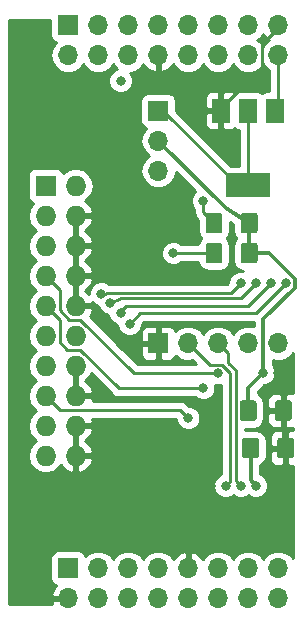
<source format=gbl>
G04 #@! TF.GenerationSoftware,KiCad,Pcbnew,(5.0.0)*
G04 #@! TF.CreationDate,2018-08-08T21:20:56+01:00*
G04 #@! TF.ProjectId,armm0,61726D6D302E6B696361645F70636200,rev?*
G04 #@! TF.SameCoordinates,Original*
G04 #@! TF.FileFunction,Copper,L2,Bot,Signal*
G04 #@! TF.FilePolarity,Positive*
%FSLAX46Y46*%
G04 Gerber Fmt 4.6, Leading zero omitted, Abs format (unit mm)*
G04 Created by KiCad (PCBNEW (5.0.0)) date 08/08/18 21:20:56*
%MOMM*%
%LPD*%
G01*
G04 APERTURE LIST*
G04 #@! TA.AperFunction,ComponentPad*
%ADD10R,1.727200X1.727200*%
G04 #@! TD*
G04 #@! TA.AperFunction,ComponentPad*
%ADD11O,1.727200X1.727200*%
G04 #@! TD*
G04 #@! TA.AperFunction,Conductor*
%ADD12C,0.100000*%
G04 #@! TD*
G04 #@! TA.AperFunction,SMDPad,CuDef*
%ADD13C,1.425000*%
G04 #@! TD*
G04 #@! TA.AperFunction,ComponentPad*
%ADD14R,1.700000X1.700000*%
G04 #@! TD*
G04 #@! TA.AperFunction,ComponentPad*
%ADD15O,1.700000X1.700000*%
G04 #@! TD*
G04 #@! TA.AperFunction,SMDPad,CuDef*
%ADD16R,1.500000X2.000000*%
G04 #@! TD*
G04 #@! TA.AperFunction,SMDPad,CuDef*
%ADD17R,3.800000X2.000000*%
G04 #@! TD*
G04 #@! TA.AperFunction,ViaPad*
%ADD18C,0.800000*%
G04 #@! TD*
G04 #@! TA.AperFunction,Conductor*
%ADD19C,0.250000*%
G04 #@! TD*
G04 #@! TA.AperFunction,Conductor*
%ADD20C,0.350000*%
G04 #@! TD*
G04 #@! TA.AperFunction,Conductor*
%ADD21C,0.254000*%
G04 #@! TD*
G04 APERTURE END LIST*
D10*
G04 #@! TO.P,J1,1*
G04 #@! TO.N,STLINK_3V3*
X78740000Y-46355000D03*
D11*
G04 #@! TO.P,J1,2*
X81280000Y-46355000D03*
G04 #@! TO.P,J1,3*
G04 #@! TO.N,JTAG_TRST*
X78740000Y-48895000D03*
G04 #@! TO.P,J1,4*
G04 #@! TO.N,GND*
X81280000Y-48895000D03*
G04 #@! TO.P,J1,5*
G04 #@! TO.N,JTAG_TDO*
X78740000Y-51435000D03*
G04 #@! TO.P,J1,6*
G04 #@! TO.N,GND*
X81280000Y-51435000D03*
G04 #@! TO.P,J1,7*
G04 #@! TO.N,SWDIO*
X78740000Y-53975000D03*
G04 #@! TO.P,J1,8*
G04 #@! TO.N,GND*
X81280000Y-53975000D03*
G04 #@! TO.P,J1,9*
G04 #@! TO.N,SWCLK*
X78740000Y-56515000D03*
G04 #@! TO.P,J1,10*
G04 #@! TO.N,GND*
X81280000Y-56515000D03*
G04 #@! TO.P,J1,11*
G04 #@! TO.N,Net-(J1-Pad11)*
X78740000Y-59055000D03*
G04 #@! TO.P,J1,12*
G04 #@! TO.N,GND*
X81280000Y-59055000D03*
G04 #@! TO.P,J1,13*
G04 #@! TO.N,JTAG_TDI*
X78740000Y-61595000D03*
G04 #@! TO.P,J1,14*
G04 #@! TO.N,GND*
X81280000Y-61595000D03*
G04 #@! TO.P,J1,15*
G04 #@! TO.N,NRST*
X78740000Y-64135000D03*
G04 #@! TO.P,J1,16*
G04 #@! TO.N,GND*
X81280000Y-64135000D03*
G04 #@! TO.P,J1,17*
G04 #@! TO.N,Net-(J1-Pad17)*
X78740000Y-66675000D03*
G04 #@! TO.P,J1,18*
G04 #@! TO.N,GND*
X81280000Y-66675000D03*
G04 #@! TO.P,J1,19*
G04 #@! TO.N,STLINK_3V3*
X78740000Y-69215000D03*
G04 #@! TO.P,J1,20*
G04 #@! TO.N,GND*
X81280000Y-69215000D03*
G04 #@! TD*
D12*
G04 #@! TO.N,I2C1_SDA*
G04 #@! TO.C,R1*
G36*
X93484504Y-51196204D02*
X93508773Y-51199804D01*
X93532571Y-51205765D01*
X93555671Y-51214030D01*
X93577849Y-51224520D01*
X93598893Y-51237133D01*
X93618598Y-51251747D01*
X93636777Y-51268223D01*
X93653253Y-51286402D01*
X93667867Y-51306107D01*
X93680480Y-51327151D01*
X93690970Y-51349329D01*
X93699235Y-51372429D01*
X93705196Y-51396227D01*
X93708796Y-51420496D01*
X93710000Y-51445000D01*
X93710000Y-52695000D01*
X93708796Y-52719504D01*
X93705196Y-52743773D01*
X93699235Y-52767571D01*
X93690970Y-52790671D01*
X93680480Y-52812849D01*
X93667867Y-52833893D01*
X93653253Y-52853598D01*
X93636777Y-52871777D01*
X93618598Y-52888253D01*
X93598893Y-52902867D01*
X93577849Y-52915480D01*
X93555671Y-52925970D01*
X93532571Y-52934235D01*
X93508773Y-52940196D01*
X93484504Y-52943796D01*
X93460000Y-52945000D01*
X92535000Y-52945000D01*
X92510496Y-52943796D01*
X92486227Y-52940196D01*
X92462429Y-52934235D01*
X92439329Y-52925970D01*
X92417151Y-52915480D01*
X92396107Y-52902867D01*
X92376402Y-52888253D01*
X92358223Y-52871777D01*
X92341747Y-52853598D01*
X92327133Y-52833893D01*
X92314520Y-52812849D01*
X92304030Y-52790671D01*
X92295765Y-52767571D01*
X92289804Y-52743773D01*
X92286204Y-52719504D01*
X92285000Y-52695000D01*
X92285000Y-51445000D01*
X92286204Y-51420496D01*
X92289804Y-51396227D01*
X92295765Y-51372429D01*
X92304030Y-51349329D01*
X92314520Y-51327151D01*
X92327133Y-51306107D01*
X92341747Y-51286402D01*
X92358223Y-51268223D01*
X92376402Y-51251747D01*
X92396107Y-51237133D01*
X92417151Y-51224520D01*
X92439329Y-51214030D01*
X92462429Y-51205765D01*
X92486227Y-51199804D01*
X92510496Y-51196204D01*
X92535000Y-51195000D01*
X93460000Y-51195000D01*
X93484504Y-51196204D01*
X93484504Y-51196204D01*
G37*
D13*
G04 #@! TD*
G04 #@! TO.P,R1,2*
G04 #@! TO.N,I2C1_SDA*
X92997500Y-52070000D03*
D12*
G04 #@! TO.N,+3V3*
G04 #@! TO.C,R1*
G36*
X96459504Y-51196204D02*
X96483773Y-51199804D01*
X96507571Y-51205765D01*
X96530671Y-51214030D01*
X96552849Y-51224520D01*
X96573893Y-51237133D01*
X96593598Y-51251747D01*
X96611777Y-51268223D01*
X96628253Y-51286402D01*
X96642867Y-51306107D01*
X96655480Y-51327151D01*
X96665970Y-51349329D01*
X96674235Y-51372429D01*
X96680196Y-51396227D01*
X96683796Y-51420496D01*
X96685000Y-51445000D01*
X96685000Y-52695000D01*
X96683796Y-52719504D01*
X96680196Y-52743773D01*
X96674235Y-52767571D01*
X96665970Y-52790671D01*
X96655480Y-52812849D01*
X96642867Y-52833893D01*
X96628253Y-52853598D01*
X96611777Y-52871777D01*
X96593598Y-52888253D01*
X96573893Y-52902867D01*
X96552849Y-52915480D01*
X96530671Y-52925970D01*
X96507571Y-52934235D01*
X96483773Y-52940196D01*
X96459504Y-52943796D01*
X96435000Y-52945000D01*
X95510000Y-52945000D01*
X95485496Y-52943796D01*
X95461227Y-52940196D01*
X95437429Y-52934235D01*
X95414329Y-52925970D01*
X95392151Y-52915480D01*
X95371107Y-52902867D01*
X95351402Y-52888253D01*
X95333223Y-52871777D01*
X95316747Y-52853598D01*
X95302133Y-52833893D01*
X95289520Y-52812849D01*
X95279030Y-52790671D01*
X95270765Y-52767571D01*
X95264804Y-52743773D01*
X95261204Y-52719504D01*
X95260000Y-52695000D01*
X95260000Y-51445000D01*
X95261204Y-51420496D01*
X95264804Y-51396227D01*
X95270765Y-51372429D01*
X95279030Y-51349329D01*
X95289520Y-51327151D01*
X95302133Y-51306107D01*
X95316747Y-51286402D01*
X95333223Y-51268223D01*
X95351402Y-51251747D01*
X95371107Y-51237133D01*
X95392151Y-51224520D01*
X95414329Y-51214030D01*
X95437429Y-51205765D01*
X95461227Y-51199804D01*
X95485496Y-51196204D01*
X95510000Y-51195000D01*
X96435000Y-51195000D01*
X96459504Y-51196204D01*
X96459504Y-51196204D01*
G37*
D13*
G04 #@! TD*
G04 #@! TO.P,R1,1*
G04 #@! TO.N,+3V3*
X95972500Y-52070000D03*
D12*
G04 #@! TO.N,+3V3*
G04 #@! TO.C,R2*
G36*
X96459504Y-48656204D02*
X96483773Y-48659804D01*
X96507571Y-48665765D01*
X96530671Y-48674030D01*
X96552849Y-48684520D01*
X96573893Y-48697133D01*
X96593598Y-48711747D01*
X96611777Y-48728223D01*
X96628253Y-48746402D01*
X96642867Y-48766107D01*
X96655480Y-48787151D01*
X96665970Y-48809329D01*
X96674235Y-48832429D01*
X96680196Y-48856227D01*
X96683796Y-48880496D01*
X96685000Y-48905000D01*
X96685000Y-50155000D01*
X96683796Y-50179504D01*
X96680196Y-50203773D01*
X96674235Y-50227571D01*
X96665970Y-50250671D01*
X96655480Y-50272849D01*
X96642867Y-50293893D01*
X96628253Y-50313598D01*
X96611777Y-50331777D01*
X96593598Y-50348253D01*
X96573893Y-50362867D01*
X96552849Y-50375480D01*
X96530671Y-50385970D01*
X96507571Y-50394235D01*
X96483773Y-50400196D01*
X96459504Y-50403796D01*
X96435000Y-50405000D01*
X95510000Y-50405000D01*
X95485496Y-50403796D01*
X95461227Y-50400196D01*
X95437429Y-50394235D01*
X95414329Y-50385970D01*
X95392151Y-50375480D01*
X95371107Y-50362867D01*
X95351402Y-50348253D01*
X95333223Y-50331777D01*
X95316747Y-50313598D01*
X95302133Y-50293893D01*
X95289520Y-50272849D01*
X95279030Y-50250671D01*
X95270765Y-50227571D01*
X95264804Y-50203773D01*
X95261204Y-50179504D01*
X95260000Y-50155000D01*
X95260000Y-48905000D01*
X95261204Y-48880496D01*
X95264804Y-48856227D01*
X95270765Y-48832429D01*
X95279030Y-48809329D01*
X95289520Y-48787151D01*
X95302133Y-48766107D01*
X95316747Y-48746402D01*
X95333223Y-48728223D01*
X95351402Y-48711747D01*
X95371107Y-48697133D01*
X95392151Y-48684520D01*
X95414329Y-48674030D01*
X95437429Y-48665765D01*
X95461227Y-48659804D01*
X95485496Y-48656204D01*
X95510000Y-48655000D01*
X96435000Y-48655000D01*
X96459504Y-48656204D01*
X96459504Y-48656204D01*
G37*
D13*
G04 #@! TD*
G04 #@! TO.P,R2,1*
G04 #@! TO.N,+3V3*
X95972500Y-49530000D03*
D12*
G04 #@! TO.N,I2C1_SCL*
G04 #@! TO.C,R2*
G36*
X93484504Y-48656204D02*
X93508773Y-48659804D01*
X93532571Y-48665765D01*
X93555671Y-48674030D01*
X93577849Y-48684520D01*
X93598893Y-48697133D01*
X93618598Y-48711747D01*
X93636777Y-48728223D01*
X93653253Y-48746402D01*
X93667867Y-48766107D01*
X93680480Y-48787151D01*
X93690970Y-48809329D01*
X93699235Y-48832429D01*
X93705196Y-48856227D01*
X93708796Y-48880496D01*
X93710000Y-48905000D01*
X93710000Y-50155000D01*
X93708796Y-50179504D01*
X93705196Y-50203773D01*
X93699235Y-50227571D01*
X93690970Y-50250671D01*
X93680480Y-50272849D01*
X93667867Y-50293893D01*
X93653253Y-50313598D01*
X93636777Y-50331777D01*
X93618598Y-50348253D01*
X93598893Y-50362867D01*
X93577849Y-50375480D01*
X93555671Y-50385970D01*
X93532571Y-50394235D01*
X93508773Y-50400196D01*
X93484504Y-50403796D01*
X93460000Y-50405000D01*
X92535000Y-50405000D01*
X92510496Y-50403796D01*
X92486227Y-50400196D01*
X92462429Y-50394235D01*
X92439329Y-50385970D01*
X92417151Y-50375480D01*
X92396107Y-50362867D01*
X92376402Y-50348253D01*
X92358223Y-50331777D01*
X92341747Y-50313598D01*
X92327133Y-50293893D01*
X92314520Y-50272849D01*
X92304030Y-50250671D01*
X92295765Y-50227571D01*
X92289804Y-50203773D01*
X92286204Y-50179504D01*
X92285000Y-50155000D01*
X92285000Y-48905000D01*
X92286204Y-48880496D01*
X92289804Y-48856227D01*
X92295765Y-48832429D01*
X92304030Y-48809329D01*
X92314520Y-48787151D01*
X92327133Y-48766107D01*
X92341747Y-48746402D01*
X92358223Y-48728223D01*
X92376402Y-48711747D01*
X92396107Y-48697133D01*
X92417151Y-48684520D01*
X92439329Y-48674030D01*
X92462429Y-48665765D01*
X92486227Y-48659804D01*
X92510496Y-48656204D01*
X92535000Y-48655000D01*
X93460000Y-48655000D01*
X93484504Y-48656204D01*
X93484504Y-48656204D01*
G37*
D13*
G04 #@! TD*
G04 #@! TO.P,R2,2*
G04 #@! TO.N,I2C1_SCL*
X92997500Y-49530000D03*
D14*
G04 #@! TO.P,J8,1*
G04 #@! TO.N,BOARD_3V3*
X88265000Y-40005000D03*
D15*
G04 #@! TO.P,J8,2*
G04 #@! TO.N,+3V3*
X88265000Y-42545000D03*
G04 #@! TO.P,J8,3*
G04 #@! TO.N,STLINK_3V3*
X88265000Y-45085000D03*
G04 #@! TD*
D14*
G04 #@! TO.P,J6,1*
G04 #@! TO.N,GND*
X88265000Y-59690000D03*
D15*
G04 #@! TO.P,J6,2*
G04 #@! TO.N,I2C1_SDA*
X90805000Y-59690000D03*
G04 #@! TO.P,J6,3*
G04 #@! TO.N,I2C1_SCL*
X93345000Y-59690000D03*
G04 #@! TO.P,J6,4*
G04 #@! TO.N,USART1_RX*
X95885000Y-59690000D03*
G04 #@! TO.P,J6,5*
G04 #@! TO.N,USART1_TX*
X98425000Y-59690000D03*
G04 #@! TD*
G04 #@! TO.P,J5,16*
G04 #@! TO.N,+5V*
X98425000Y-35306000D03*
G04 #@! TO.P,J5,15*
G04 #@! TO.N,GND*
X98425000Y-32766000D03*
G04 #@! TO.P,J5,14*
G04 #@! TO.N,C10*
X95885000Y-35306000D03*
G04 #@! TO.P,J5,13*
G04 #@! TO.N,C11*
X95885000Y-32766000D03*
G04 #@! TO.P,J5,12*
G04 #@! TO.N,C8*
X93345000Y-35306000D03*
G04 #@! TO.P,J5,11*
G04 #@! TO.N,I2C1_SCL*
X93345000Y-32766000D03*
G04 #@! TO.P,J5,10*
G04 #@! TO.N,C6*
X90805000Y-35306000D03*
G04 #@! TO.P,J5,9*
G04 #@! TO.N,I2C1_SDA*
X90805000Y-32766000D03*
G04 #@! TO.P,J5,8*
G04 #@! TO.N,GND*
X88265000Y-35306000D03*
G04 #@! TO.P,J5,7*
G04 #@! TO.N,Net-(J5-Pad7)*
X88265000Y-32766000D03*
G04 #@! TO.P,J5,6*
G04 #@! TO.N,C4*
X85725000Y-35306000D03*
G04 #@! TO.P,J5,5*
G04 #@! TO.N,C5*
X85725000Y-32766000D03*
G04 #@! TO.P,J5,4*
G04 #@! TO.N,C2*
X83185000Y-35306000D03*
G04 #@! TO.P,J5,3*
G04 #@! TO.N,C3*
X83185000Y-32766000D03*
G04 #@! TO.P,J5,2*
G04 #@! TO.N,C0*
X80645000Y-35306000D03*
D14*
G04 #@! TO.P,J5,1*
G04 #@! TO.N,C1*
X80645000Y-32766000D03*
G04 #@! TD*
G04 #@! TO.P,J4,1*
G04 #@! TO.N,+3V3*
X80645000Y-78740000D03*
D15*
G04 #@! TO.P,J4,2*
G04 #@! TO.N,GND*
X80645000Y-81280000D03*
G04 #@! TO.P,J4,3*
G04 #@! TO.N,F1*
X83185000Y-78740000D03*
G04 #@! TO.P,J4,4*
G04 #@! TO.N,F0*
X83185000Y-81280000D03*
G04 #@! TO.P,J4,5*
G04 #@! TO.N,F3*
X85725000Y-78740000D03*
G04 #@! TO.P,J4,6*
G04 #@! TO.N,F2*
X85725000Y-81280000D03*
G04 #@! TO.P,J4,7*
G04 #@! TO.N,F5*
X88265000Y-78740000D03*
G04 #@! TO.P,J4,8*
G04 #@! TO.N,F4*
X88265000Y-81280000D03*
G04 #@! TO.P,J4,9*
G04 #@! TO.N,GND*
X90805000Y-78740000D03*
G04 #@! TO.P,J4,10*
G04 #@! TO.N,Net-(J4-Pad10)*
X90805000Y-81280000D03*
G04 #@! TO.P,J4,11*
G04 #@! TO.N,F7*
X93345000Y-78740000D03*
G04 #@! TO.P,J4,12*
G04 #@! TO.N,F6*
X93345000Y-81280000D03*
G04 #@! TO.P,J4,13*
G04 #@! TO.N,F9*
X95885000Y-78740000D03*
G04 #@! TO.P,J4,14*
G04 #@! TO.N,F8*
X95885000Y-81280000D03*
G04 #@! TO.P,J4,15*
G04 #@! TO.N,F11*
X98425000Y-78740000D03*
G04 #@! TO.P,J4,16*
G04 #@! TO.N,F10*
X98425000Y-81280000D03*
G04 #@! TD*
D12*
G04 #@! TO.N,GND*
G04 #@! TO.C,C3*
G36*
X99347004Y-64531204D02*
X99371273Y-64534804D01*
X99395071Y-64540765D01*
X99418171Y-64549030D01*
X99440349Y-64559520D01*
X99461393Y-64572133D01*
X99481098Y-64586747D01*
X99499277Y-64603223D01*
X99515753Y-64621402D01*
X99530367Y-64641107D01*
X99542980Y-64662151D01*
X99553470Y-64684329D01*
X99561735Y-64707429D01*
X99567696Y-64731227D01*
X99571296Y-64755496D01*
X99572500Y-64780000D01*
X99572500Y-66030000D01*
X99571296Y-66054504D01*
X99567696Y-66078773D01*
X99561735Y-66102571D01*
X99553470Y-66125671D01*
X99542980Y-66147849D01*
X99530367Y-66168893D01*
X99515753Y-66188598D01*
X99499277Y-66206777D01*
X99481098Y-66223253D01*
X99461393Y-66237867D01*
X99440349Y-66250480D01*
X99418171Y-66260970D01*
X99395071Y-66269235D01*
X99371273Y-66275196D01*
X99347004Y-66278796D01*
X99322500Y-66280000D01*
X98397500Y-66280000D01*
X98372996Y-66278796D01*
X98348727Y-66275196D01*
X98324929Y-66269235D01*
X98301829Y-66260970D01*
X98279651Y-66250480D01*
X98258607Y-66237867D01*
X98238902Y-66223253D01*
X98220723Y-66206777D01*
X98204247Y-66188598D01*
X98189633Y-66168893D01*
X98177020Y-66147849D01*
X98166530Y-66125671D01*
X98158265Y-66102571D01*
X98152304Y-66078773D01*
X98148704Y-66054504D01*
X98147500Y-66030000D01*
X98147500Y-64780000D01*
X98148704Y-64755496D01*
X98152304Y-64731227D01*
X98158265Y-64707429D01*
X98166530Y-64684329D01*
X98177020Y-64662151D01*
X98189633Y-64641107D01*
X98204247Y-64621402D01*
X98220723Y-64603223D01*
X98238902Y-64586747D01*
X98258607Y-64572133D01*
X98279651Y-64559520D01*
X98301829Y-64549030D01*
X98324929Y-64540765D01*
X98348727Y-64534804D01*
X98372996Y-64531204D01*
X98397500Y-64530000D01*
X99322500Y-64530000D01*
X99347004Y-64531204D01*
X99347004Y-64531204D01*
G37*
D13*
G04 #@! TD*
G04 #@! TO.P,C3,2*
G04 #@! TO.N,GND*
X98860000Y-65405000D03*
D12*
G04 #@! TO.N,+3V3*
G04 #@! TO.C,C3*
G36*
X96372004Y-64531204D02*
X96396273Y-64534804D01*
X96420071Y-64540765D01*
X96443171Y-64549030D01*
X96465349Y-64559520D01*
X96486393Y-64572133D01*
X96506098Y-64586747D01*
X96524277Y-64603223D01*
X96540753Y-64621402D01*
X96555367Y-64641107D01*
X96567980Y-64662151D01*
X96578470Y-64684329D01*
X96586735Y-64707429D01*
X96592696Y-64731227D01*
X96596296Y-64755496D01*
X96597500Y-64780000D01*
X96597500Y-66030000D01*
X96596296Y-66054504D01*
X96592696Y-66078773D01*
X96586735Y-66102571D01*
X96578470Y-66125671D01*
X96567980Y-66147849D01*
X96555367Y-66168893D01*
X96540753Y-66188598D01*
X96524277Y-66206777D01*
X96506098Y-66223253D01*
X96486393Y-66237867D01*
X96465349Y-66250480D01*
X96443171Y-66260970D01*
X96420071Y-66269235D01*
X96396273Y-66275196D01*
X96372004Y-66278796D01*
X96347500Y-66280000D01*
X95422500Y-66280000D01*
X95397996Y-66278796D01*
X95373727Y-66275196D01*
X95349929Y-66269235D01*
X95326829Y-66260970D01*
X95304651Y-66250480D01*
X95283607Y-66237867D01*
X95263902Y-66223253D01*
X95245723Y-66206777D01*
X95229247Y-66188598D01*
X95214633Y-66168893D01*
X95202020Y-66147849D01*
X95191530Y-66125671D01*
X95183265Y-66102571D01*
X95177304Y-66078773D01*
X95173704Y-66054504D01*
X95172500Y-66030000D01*
X95172500Y-64780000D01*
X95173704Y-64755496D01*
X95177304Y-64731227D01*
X95183265Y-64707429D01*
X95191530Y-64684329D01*
X95202020Y-64662151D01*
X95214633Y-64641107D01*
X95229247Y-64621402D01*
X95245723Y-64603223D01*
X95263902Y-64586747D01*
X95283607Y-64572133D01*
X95304651Y-64559520D01*
X95326829Y-64549030D01*
X95349929Y-64540765D01*
X95373727Y-64534804D01*
X95397996Y-64531204D01*
X95422500Y-64530000D01*
X96347500Y-64530000D01*
X96372004Y-64531204D01*
X96372004Y-64531204D01*
G37*
D13*
G04 #@! TD*
G04 #@! TO.P,C3,1*
G04 #@! TO.N,+3V3*
X95885000Y-65405000D03*
D12*
G04 #@! TO.N,GND*
G04 #@! TO.C,C2*
G36*
X99547004Y-67706204D02*
X99571273Y-67709804D01*
X99595071Y-67715765D01*
X99618171Y-67724030D01*
X99640349Y-67734520D01*
X99661393Y-67747133D01*
X99681098Y-67761747D01*
X99699277Y-67778223D01*
X99715753Y-67796402D01*
X99730367Y-67816107D01*
X99742980Y-67837151D01*
X99753470Y-67859329D01*
X99761735Y-67882429D01*
X99767696Y-67906227D01*
X99771296Y-67930496D01*
X99772500Y-67955000D01*
X99772500Y-69205000D01*
X99771296Y-69229504D01*
X99767696Y-69253773D01*
X99761735Y-69277571D01*
X99753470Y-69300671D01*
X99742980Y-69322849D01*
X99730367Y-69343893D01*
X99715753Y-69363598D01*
X99699277Y-69381777D01*
X99681098Y-69398253D01*
X99661393Y-69412867D01*
X99640349Y-69425480D01*
X99618171Y-69435970D01*
X99595071Y-69444235D01*
X99571273Y-69450196D01*
X99547004Y-69453796D01*
X99522500Y-69455000D01*
X98597500Y-69455000D01*
X98572996Y-69453796D01*
X98548727Y-69450196D01*
X98524929Y-69444235D01*
X98501829Y-69435970D01*
X98479651Y-69425480D01*
X98458607Y-69412867D01*
X98438902Y-69398253D01*
X98420723Y-69381777D01*
X98404247Y-69363598D01*
X98389633Y-69343893D01*
X98377020Y-69322849D01*
X98366530Y-69300671D01*
X98358265Y-69277571D01*
X98352304Y-69253773D01*
X98348704Y-69229504D01*
X98347500Y-69205000D01*
X98347500Y-67955000D01*
X98348704Y-67930496D01*
X98352304Y-67906227D01*
X98358265Y-67882429D01*
X98366530Y-67859329D01*
X98377020Y-67837151D01*
X98389633Y-67816107D01*
X98404247Y-67796402D01*
X98420723Y-67778223D01*
X98438902Y-67761747D01*
X98458607Y-67747133D01*
X98479651Y-67734520D01*
X98501829Y-67724030D01*
X98524929Y-67715765D01*
X98548727Y-67709804D01*
X98572996Y-67706204D01*
X98597500Y-67705000D01*
X99522500Y-67705000D01*
X99547004Y-67706204D01*
X99547004Y-67706204D01*
G37*
D13*
G04 #@! TD*
G04 #@! TO.P,C2,2*
G04 #@! TO.N,GND*
X99060000Y-68580000D03*
D12*
G04 #@! TO.N,+3V3*
G04 #@! TO.C,C2*
G36*
X96572004Y-67706204D02*
X96596273Y-67709804D01*
X96620071Y-67715765D01*
X96643171Y-67724030D01*
X96665349Y-67734520D01*
X96686393Y-67747133D01*
X96706098Y-67761747D01*
X96724277Y-67778223D01*
X96740753Y-67796402D01*
X96755367Y-67816107D01*
X96767980Y-67837151D01*
X96778470Y-67859329D01*
X96786735Y-67882429D01*
X96792696Y-67906227D01*
X96796296Y-67930496D01*
X96797500Y-67955000D01*
X96797500Y-69205000D01*
X96796296Y-69229504D01*
X96792696Y-69253773D01*
X96786735Y-69277571D01*
X96778470Y-69300671D01*
X96767980Y-69322849D01*
X96755367Y-69343893D01*
X96740753Y-69363598D01*
X96724277Y-69381777D01*
X96706098Y-69398253D01*
X96686393Y-69412867D01*
X96665349Y-69425480D01*
X96643171Y-69435970D01*
X96620071Y-69444235D01*
X96596273Y-69450196D01*
X96572004Y-69453796D01*
X96547500Y-69455000D01*
X95622500Y-69455000D01*
X95597996Y-69453796D01*
X95573727Y-69450196D01*
X95549929Y-69444235D01*
X95526829Y-69435970D01*
X95504651Y-69425480D01*
X95483607Y-69412867D01*
X95463902Y-69398253D01*
X95445723Y-69381777D01*
X95429247Y-69363598D01*
X95414633Y-69343893D01*
X95402020Y-69322849D01*
X95391530Y-69300671D01*
X95383265Y-69277571D01*
X95377304Y-69253773D01*
X95373704Y-69229504D01*
X95372500Y-69205000D01*
X95372500Y-67955000D01*
X95373704Y-67930496D01*
X95377304Y-67906227D01*
X95383265Y-67882429D01*
X95391530Y-67859329D01*
X95402020Y-67837151D01*
X95414633Y-67816107D01*
X95429247Y-67796402D01*
X95445723Y-67778223D01*
X95463902Y-67761747D01*
X95483607Y-67747133D01*
X95504651Y-67734520D01*
X95526829Y-67724030D01*
X95549929Y-67715765D01*
X95573727Y-67709804D01*
X95597996Y-67706204D01*
X95622500Y-67705000D01*
X96547500Y-67705000D01*
X96572004Y-67706204D01*
X96572004Y-67706204D01*
G37*
D13*
G04 #@! TD*
G04 #@! TO.P,C2,1*
G04 #@! TO.N,+3V3*
X96085000Y-68580000D03*
D16*
G04 #@! TO.P,U2,1*
G04 #@! TO.N,GND*
X93585000Y-40005000D03*
G04 #@! TO.P,U2,3*
G04 #@! TO.N,+5V*
X98185000Y-40005000D03*
G04 #@! TO.P,U2,2*
G04 #@! TO.N,BOARD_3V3*
X95885000Y-40005000D03*
D17*
X95885000Y-46305000D03*
G04 #@! TD*
D18*
G04 #@! TO.N,NRST*
X90805000Y-66040000D03*
G04 #@! TO.N,GND*
X92710000Y-71755000D03*
X98425000Y-62230000D03*
X93980000Y-38100000D03*
X76200000Y-37465000D03*
X83820000Y-48895000D03*
G04 #@! TO.N,+3V3*
X97155000Y-62230000D03*
X96520000Y-71755000D03*
X85090000Y-37465000D03*
G04 #@! TO.N,SWDIO*
X93345000Y-62230000D03*
G04 #@! TO.N,SWCLK*
X92075000Y-63500000D03*
G04 #@! TO.N,I2C1_SDA*
X89535000Y-52070000D03*
X93980000Y-71755000D03*
G04 #@! TO.N,I2C1_SCL*
X92075000Y-47625000D03*
X95250000Y-71755000D03*
G04 #@! TO.N,LED_DBUG1*
X95250000Y-54610000D03*
X83439000Y-55499000D03*
G04 #@! TO.N,LED_DBUG2*
X84201000Y-56261000D03*
X96520000Y-54610000D03*
G04 #@! TO.N,LED_DBUG3*
X97790000Y-54610000D03*
X85090000Y-57150000D03*
G04 #@! TO.N,LED_DBUG4*
X99060000Y-54610000D03*
X85852000Y-58039000D03*
G04 #@! TD*
D19*
G04 #@! TO.N,NRST*
X79603599Y-64998599D02*
X78740000Y-64135000D01*
X79928601Y-65323601D02*
X79603599Y-64998599D01*
X90088601Y-65323601D02*
X79928601Y-65323601D01*
X90805000Y-66040000D02*
X90088601Y-65323601D01*
G04 #@! TO.N,GND*
X98425000Y-33020000D02*
X97060001Y-34384999D01*
X97060001Y-34384999D02*
X97060001Y-37559999D01*
X93585000Y-39755000D02*
X93585000Y-40005000D01*
X95240000Y-38100000D02*
X93585000Y-39755000D01*
X96520000Y-38100000D02*
X97060001Y-37559999D01*
X98860000Y-62665000D02*
X98425000Y-62230000D01*
X98860000Y-65405000D02*
X98860000Y-62665000D01*
X98860000Y-65805000D02*
X98860000Y-65405000D01*
X98860000Y-68380000D02*
X99060000Y-68580000D01*
X98860000Y-65405000D02*
X98860000Y-68380000D01*
X93980000Y-38100000D02*
X95250000Y-38100000D01*
X96520000Y-38100000D02*
X95250000Y-38100000D01*
X95250000Y-38100000D02*
X95240000Y-38100000D01*
X83820000Y-48895000D02*
X81280000Y-48895000D01*
D20*
G04 #@! TO.N,+3V3*
X95972500Y-49530000D02*
X95972500Y-52070000D01*
X95972500Y-52070000D02*
X96520000Y-52070000D01*
X96085000Y-71320000D02*
X96520000Y-71755000D01*
X96085000Y-68580000D02*
X96085000Y-71320000D01*
X96785000Y-52070000D02*
X95972500Y-52070000D01*
X97667002Y-52070000D02*
X96785000Y-52070000D01*
X99835001Y-54237999D02*
X97667002Y-52070000D01*
X99835001Y-54982001D02*
X99835001Y-54237999D01*
X97155000Y-57662002D02*
X99835001Y-54982001D01*
X97155000Y-62230000D02*
X97155000Y-57662002D01*
X93980000Y-48260000D02*
X95972500Y-49530000D01*
X88265000Y-42545000D02*
X93980000Y-48260000D01*
X95885000Y-63500000D02*
X97155000Y-62230000D01*
X95885000Y-65405000D02*
X95885000Y-63500000D01*
D19*
G04 #@! TO.N,SWDIO*
X79603599Y-54838599D02*
X78740000Y-53975000D01*
X79928601Y-56922731D02*
X79928601Y-55163601D01*
X80709471Y-57703601D02*
X79928601Y-56922731D01*
X93345000Y-62230000D02*
X86214130Y-62230000D01*
X86214130Y-62230000D02*
X81687731Y-57703601D01*
X79928601Y-55163601D02*
X79603599Y-54838599D01*
X81687731Y-57703601D02*
X80709471Y-57703601D01*
G04 #@! TO.N,SWCLK*
X79603599Y-57378599D02*
X78740000Y-56515000D01*
X79928601Y-57703601D02*
X79603599Y-57378599D01*
X79928601Y-59608601D02*
X79928601Y-57703601D01*
X80563601Y-60243601D02*
X79928601Y-59608601D01*
X81687731Y-60243601D02*
X80563601Y-60243601D01*
X84944130Y-63500000D02*
X81687731Y-60243601D01*
X92075000Y-63500000D02*
X84944130Y-63500000D01*
G04 #@! TO.N,+5V*
X98425000Y-39765000D02*
X98185000Y-40005000D01*
X98425000Y-35560000D02*
X98425000Y-39765000D01*
G04 #@! TO.N,BOARD_3V3*
X95885000Y-46305000D02*
X95885000Y-45055000D01*
X95885000Y-39755000D02*
X95885000Y-40005000D01*
X95885000Y-46305000D02*
X95885000Y-40005000D01*
X88685000Y-40005000D02*
X88265000Y-40005000D01*
X94985000Y-46305000D02*
X88685000Y-40005000D01*
X95885000Y-46305000D02*
X94985000Y-46305000D01*
G04 #@! TO.N,I2C1_SDA*
X93693001Y-61504999D02*
X94379999Y-62191997D01*
X92619999Y-61504999D02*
X93693001Y-61504999D01*
X90805000Y-59690000D02*
X92619999Y-61504999D01*
X94379999Y-62191997D02*
X94379999Y-62268003D01*
X89535000Y-52070000D02*
X92997500Y-52070000D01*
X94379999Y-71355001D02*
X93980000Y-71755000D01*
X94379999Y-62191997D02*
X94379999Y-71355001D01*
G04 #@! TO.N,I2C1_SCL*
X92075000Y-48607500D02*
X92997500Y-49530000D01*
X92075000Y-47625000D02*
X92075000Y-48607500D01*
X94830008Y-71335008D02*
X95250000Y-71755000D01*
X94830008Y-62005596D02*
X94830008Y-71335008D01*
X94194999Y-61370587D02*
X94830008Y-62005596D01*
X93345000Y-59690000D02*
X94194999Y-60539999D01*
X94194999Y-60539999D02*
X94194999Y-61370587D01*
G04 #@! TO.N,LED_DBUG1*
X94430010Y-55429990D02*
X95250000Y-54610000D01*
X84270010Y-55429990D02*
X94430010Y-55429990D01*
X83439000Y-55499000D02*
X84270010Y-55429990D01*
G04 #@! TO.N,LED_DBUG2*
X85090000Y-55880000D02*
X84201000Y-56261000D01*
X95250000Y-55880000D02*
X85090000Y-55880000D01*
X96520000Y-54610000D02*
X95250000Y-55880000D01*
G04 #@! TO.N,LED_DBUG3*
X85090000Y-56953002D02*
X85528002Y-56515000D01*
X85528002Y-56515000D02*
X95885000Y-56515000D01*
X95885000Y-56515000D02*
X97790000Y-54610000D01*
X85090000Y-57150000D02*
X85090000Y-56953002D01*
G04 #@! TO.N,LED_DBUG4*
X98660001Y-55009999D02*
X99060000Y-54610000D01*
X96520000Y-57150000D02*
X98660001Y-55009999D01*
X85852000Y-58039000D02*
X86741000Y-57150000D01*
X86741000Y-57150000D02*
X96520000Y-57150000D01*
G04 #@! TD*
D21*
G04 #@! TO.N,GND*
G36*
X79147560Y-33616000D02*
X79196843Y-33863765D01*
X79337191Y-34073809D01*
X79547235Y-34214157D01*
X79592619Y-34223184D01*
X79574375Y-34235375D01*
X79246161Y-34726582D01*
X79130908Y-35306000D01*
X79246161Y-35885418D01*
X79574375Y-36376625D01*
X80065582Y-36704839D01*
X80498744Y-36791000D01*
X80791256Y-36791000D01*
X81224418Y-36704839D01*
X81715625Y-36376625D01*
X81915000Y-36078239D01*
X82114375Y-36376625D01*
X82605582Y-36704839D01*
X83038744Y-36791000D01*
X83331256Y-36791000D01*
X83764418Y-36704839D01*
X84255625Y-36376625D01*
X84455000Y-36078239D01*
X84654375Y-36376625D01*
X84791609Y-36468322D01*
X84503720Y-36587569D01*
X84212569Y-36878720D01*
X84055000Y-37259126D01*
X84055000Y-37670874D01*
X84212569Y-38051280D01*
X84503720Y-38342431D01*
X84884126Y-38500000D01*
X85295874Y-38500000D01*
X85676280Y-38342431D01*
X85967431Y-38051280D01*
X86125000Y-37670874D01*
X86125000Y-37259126D01*
X85967431Y-36878720D01*
X85878308Y-36789597D01*
X86304418Y-36704839D01*
X86795625Y-36376625D01*
X87008843Y-36057522D01*
X87069817Y-36187358D01*
X87498076Y-36577645D01*
X87908110Y-36747476D01*
X88138000Y-36626155D01*
X88138000Y-35433000D01*
X88118000Y-35433000D01*
X88118000Y-35179000D01*
X88138000Y-35179000D01*
X88138000Y-35159000D01*
X88392000Y-35159000D01*
X88392000Y-35179000D01*
X88412000Y-35179000D01*
X88412000Y-35433000D01*
X88392000Y-35433000D01*
X88392000Y-36626155D01*
X88621890Y-36747476D01*
X89031924Y-36577645D01*
X89460183Y-36187358D01*
X89521157Y-36057522D01*
X89734375Y-36376625D01*
X90225582Y-36704839D01*
X90658744Y-36791000D01*
X90951256Y-36791000D01*
X91384418Y-36704839D01*
X91875625Y-36376625D01*
X92075000Y-36078239D01*
X92274375Y-36376625D01*
X92765582Y-36704839D01*
X93198744Y-36791000D01*
X93491256Y-36791000D01*
X93924418Y-36704839D01*
X94415625Y-36376625D01*
X94615000Y-36078239D01*
X94814375Y-36376625D01*
X95305582Y-36704839D01*
X95738744Y-36791000D01*
X96031256Y-36791000D01*
X96464418Y-36704839D01*
X96955625Y-36376625D01*
X97155000Y-36078239D01*
X97354375Y-36376625D01*
X97665000Y-36584178D01*
X97665001Y-38357560D01*
X97435000Y-38357560D01*
X97187235Y-38406843D01*
X97035000Y-38508564D01*
X96882765Y-38406843D01*
X96635000Y-38357560D01*
X95135000Y-38357560D01*
X94887235Y-38406843D01*
X94735953Y-38507927D01*
X94694699Y-38466673D01*
X94461310Y-38370000D01*
X93870750Y-38370000D01*
X93712000Y-38528750D01*
X93712000Y-39878000D01*
X93732000Y-39878000D01*
X93732000Y-40132000D01*
X93712000Y-40132000D01*
X93712000Y-41481250D01*
X93870750Y-41640000D01*
X94461310Y-41640000D01*
X94694699Y-41543327D01*
X94735953Y-41502073D01*
X94887235Y-41603157D01*
X95125001Y-41650451D01*
X95125000Y-44657560D01*
X94412363Y-44657560D01*
X90045552Y-40290750D01*
X92200000Y-40290750D01*
X92200000Y-41131309D01*
X92296673Y-41364698D01*
X92475301Y-41543327D01*
X92708690Y-41640000D01*
X93299250Y-41640000D01*
X93458000Y-41481250D01*
X93458000Y-40132000D01*
X92358750Y-40132000D01*
X92200000Y-40290750D01*
X90045552Y-40290750D01*
X89762440Y-40007639D01*
X89762440Y-39155000D01*
X89713157Y-38907235D01*
X89694085Y-38878691D01*
X92200000Y-38878691D01*
X92200000Y-39719250D01*
X92358750Y-39878000D01*
X93458000Y-39878000D01*
X93458000Y-38528750D01*
X93299250Y-38370000D01*
X92708690Y-38370000D01*
X92475301Y-38466673D01*
X92296673Y-38645302D01*
X92200000Y-38878691D01*
X89694085Y-38878691D01*
X89572809Y-38697191D01*
X89362765Y-38556843D01*
X89115000Y-38507560D01*
X87415000Y-38507560D01*
X87167235Y-38556843D01*
X86957191Y-38697191D01*
X86816843Y-38907235D01*
X86767560Y-39155000D01*
X86767560Y-40855000D01*
X86816843Y-41102765D01*
X86957191Y-41312809D01*
X87167235Y-41453157D01*
X87212619Y-41462184D01*
X87194375Y-41474375D01*
X86866161Y-41965582D01*
X86750908Y-42545000D01*
X86866161Y-43124418D01*
X87194375Y-43615625D01*
X87492761Y-43815000D01*
X87194375Y-44014375D01*
X86866161Y-44505582D01*
X86750908Y-45085000D01*
X86866161Y-45664418D01*
X87194375Y-46155625D01*
X87685582Y-46483839D01*
X88118744Y-46570000D01*
X88411256Y-46570000D01*
X88844418Y-46483839D01*
X89335625Y-46155625D01*
X89663839Y-45664418D01*
X89759248Y-45184761D01*
X91405388Y-46830901D01*
X91197569Y-47038720D01*
X91040000Y-47419126D01*
X91040000Y-47830874D01*
X91197569Y-48211280D01*
X91315001Y-48328712D01*
X91315001Y-48532649D01*
X91300112Y-48607500D01*
X91315001Y-48682352D01*
X91347150Y-48843977D01*
X91359097Y-48904037D01*
X91480593Y-49085868D01*
X91527072Y-49155429D01*
X91590528Y-49197829D01*
X91637560Y-49244861D01*
X91637560Y-50155000D01*
X91705874Y-50498435D01*
X91900414Y-50789586D01*
X91916000Y-50800000D01*
X91900414Y-50810414D01*
X91705874Y-51101565D01*
X91664413Y-51310000D01*
X90238711Y-51310000D01*
X90121280Y-51192569D01*
X89740874Y-51035000D01*
X89329126Y-51035000D01*
X88948720Y-51192569D01*
X88657569Y-51483720D01*
X88500000Y-51864126D01*
X88500000Y-52275874D01*
X88657569Y-52656280D01*
X88948720Y-52947431D01*
X89329126Y-53105000D01*
X89740874Y-53105000D01*
X90121280Y-52947431D01*
X90238711Y-52830000D01*
X91664413Y-52830000D01*
X91705874Y-53038435D01*
X91900414Y-53329586D01*
X92191565Y-53524126D01*
X92535000Y-53592440D01*
X93460000Y-53592440D01*
X93803435Y-53524126D01*
X94094586Y-53329586D01*
X94289126Y-53038435D01*
X94357440Y-52695000D01*
X94357440Y-51445000D01*
X94289126Y-51101565D01*
X94094586Y-50810414D01*
X94079000Y-50800000D01*
X94094586Y-50789586D01*
X94289126Y-50498435D01*
X94357440Y-50155000D01*
X94357440Y-49461124D01*
X94612560Y-49623735D01*
X94612560Y-50155000D01*
X94680874Y-50498435D01*
X94875414Y-50789586D01*
X94891000Y-50800000D01*
X94875414Y-50810414D01*
X94680874Y-51101565D01*
X94612560Y-51445000D01*
X94612560Y-52695000D01*
X94680874Y-53038435D01*
X94875414Y-53329586D01*
X95166565Y-53524126D01*
X95422324Y-53575000D01*
X95044126Y-53575000D01*
X94663720Y-53732569D01*
X94372569Y-54023720D01*
X94215000Y-54404126D01*
X94215000Y-54570199D01*
X94115209Y-54669990D01*
X84313177Y-54669990D01*
X84281708Y-54666403D01*
X84238514Y-54669990D01*
X84195158Y-54669990D01*
X84164085Y-54676171D01*
X84086338Y-54682627D01*
X84025280Y-54621569D01*
X83644874Y-54464000D01*
X83233126Y-54464000D01*
X82852720Y-54621569D01*
X82561569Y-54912720D01*
X82404000Y-55293126D01*
X82404000Y-55566198D01*
X82168490Y-55308179D01*
X82033687Y-55245000D01*
X82168490Y-55181821D01*
X82562688Y-54749947D01*
X82734958Y-54334026D01*
X82613817Y-54102000D01*
X81407000Y-54102000D01*
X81407000Y-56388000D01*
X82613817Y-56388000D01*
X82699732Y-56223443D01*
X82852720Y-56376431D01*
X83185661Y-56514339D01*
X83323569Y-56847280D01*
X83614720Y-57138431D01*
X83995126Y-57296000D01*
X84055000Y-57296000D01*
X84055000Y-57355874D01*
X84212569Y-57736280D01*
X84503720Y-58027431D01*
X84817000Y-58157196D01*
X84817000Y-58244874D01*
X84974569Y-58625280D01*
X85265720Y-58916431D01*
X85646126Y-59074000D01*
X86057874Y-59074000D01*
X86438280Y-58916431D01*
X86641020Y-58713691D01*
X86780000Y-58713691D01*
X86780000Y-59404250D01*
X86938750Y-59563000D01*
X88138000Y-59563000D01*
X88138000Y-58363750D01*
X87979250Y-58205000D01*
X87288690Y-58205000D01*
X87055301Y-58301673D01*
X86876673Y-58480302D01*
X86780000Y-58713691D01*
X86641020Y-58713691D01*
X86729431Y-58625280D01*
X86887000Y-58244874D01*
X86887000Y-58078802D01*
X87055802Y-57910000D01*
X96345001Y-57910000D01*
X96345001Y-58267408D01*
X96031256Y-58205000D01*
X95738744Y-58205000D01*
X95305582Y-58291161D01*
X94814375Y-58619375D01*
X94615000Y-58917761D01*
X94415625Y-58619375D01*
X93924418Y-58291161D01*
X93491256Y-58205000D01*
X93198744Y-58205000D01*
X92765582Y-58291161D01*
X92274375Y-58619375D01*
X92075000Y-58917761D01*
X91875625Y-58619375D01*
X91384418Y-58291161D01*
X90951256Y-58205000D01*
X90658744Y-58205000D01*
X90225582Y-58291161D01*
X89734375Y-58619375D01*
X89719904Y-58641033D01*
X89653327Y-58480302D01*
X89474699Y-58301673D01*
X89241310Y-58205000D01*
X88550750Y-58205000D01*
X88392000Y-58363750D01*
X88392000Y-59563000D01*
X88412000Y-59563000D01*
X88412000Y-59817000D01*
X88392000Y-59817000D01*
X88392000Y-61016250D01*
X88550750Y-61175000D01*
X89241310Y-61175000D01*
X89474699Y-61078327D01*
X89653327Y-60899698D01*
X89719904Y-60738967D01*
X89734375Y-60760625D01*
X90225582Y-61088839D01*
X90658744Y-61175000D01*
X90951256Y-61175000D01*
X91171408Y-61131209D01*
X91510198Y-61470000D01*
X86528932Y-61470000D01*
X85034682Y-59975750D01*
X86780000Y-59975750D01*
X86780000Y-60666309D01*
X86876673Y-60899698D01*
X87055301Y-61078327D01*
X87288690Y-61175000D01*
X87979250Y-61175000D01*
X88138000Y-61016250D01*
X88138000Y-59817000D01*
X86938750Y-59817000D01*
X86780000Y-59975750D01*
X85034682Y-59975750D01*
X82460659Y-57401728D01*
X82562688Y-57289947D01*
X82734958Y-56874026D01*
X82613817Y-56642000D01*
X81407000Y-56642000D01*
X81407000Y-56662000D01*
X81153000Y-56662000D01*
X81153000Y-56642000D01*
X81133000Y-56642000D01*
X81133000Y-56388000D01*
X81153000Y-56388000D01*
X81153000Y-54102000D01*
X81133000Y-54102000D01*
X81133000Y-53848000D01*
X81153000Y-53848000D01*
X81153000Y-51562000D01*
X81407000Y-51562000D01*
X81407000Y-53848000D01*
X82613817Y-53848000D01*
X82734958Y-53615974D01*
X82562688Y-53200053D01*
X82168490Y-52768179D01*
X82033687Y-52705000D01*
X82168490Y-52641821D01*
X82562688Y-52209947D01*
X82734958Y-51794026D01*
X82613817Y-51562000D01*
X81407000Y-51562000D01*
X81153000Y-51562000D01*
X81133000Y-51562000D01*
X81133000Y-51308000D01*
X81153000Y-51308000D01*
X81153000Y-49022000D01*
X81407000Y-49022000D01*
X81407000Y-51308000D01*
X82613817Y-51308000D01*
X82734958Y-51075974D01*
X82562688Y-50660053D01*
X82168490Y-50228179D01*
X82033687Y-50165000D01*
X82168490Y-50101821D01*
X82562688Y-49669947D01*
X82734958Y-49254026D01*
X82613817Y-49022000D01*
X81407000Y-49022000D01*
X81153000Y-49022000D01*
X81133000Y-49022000D01*
X81133000Y-48768000D01*
X81153000Y-48768000D01*
X81153000Y-48748000D01*
X81407000Y-48748000D01*
X81407000Y-48768000D01*
X82613817Y-48768000D01*
X82734958Y-48535974D01*
X82562688Y-48120053D01*
X82168490Y-47688179D01*
X82058979Y-47636854D01*
X82360430Y-47435430D01*
X82691650Y-46939725D01*
X82807959Y-46355000D01*
X82691650Y-45770275D01*
X82360430Y-45274570D01*
X81864725Y-44943350D01*
X81427598Y-44856400D01*
X81132402Y-44856400D01*
X80695275Y-44943350D01*
X80206932Y-45269651D01*
X80201757Y-45243635D01*
X80061409Y-45033591D01*
X79851365Y-44893243D01*
X79603600Y-44843960D01*
X77876400Y-44843960D01*
X77628635Y-44893243D01*
X77418591Y-45033591D01*
X77278243Y-45243635D01*
X77228960Y-45491400D01*
X77228960Y-47218600D01*
X77278243Y-47466365D01*
X77418591Y-47676409D01*
X77628635Y-47816757D01*
X77654651Y-47821932D01*
X77328350Y-48310275D01*
X77212041Y-48895000D01*
X77328350Y-49479725D01*
X77659570Y-49975430D01*
X77943281Y-50165000D01*
X77659570Y-50354570D01*
X77328350Y-50850275D01*
X77212041Y-51435000D01*
X77328350Y-52019725D01*
X77659570Y-52515430D01*
X77943281Y-52705000D01*
X77659570Y-52894570D01*
X77328350Y-53390275D01*
X77212041Y-53975000D01*
X77328350Y-54559725D01*
X77659570Y-55055430D01*
X77943281Y-55245000D01*
X77659570Y-55434570D01*
X77328350Y-55930275D01*
X77212041Y-56515000D01*
X77328350Y-57099725D01*
X77659570Y-57595430D01*
X77943281Y-57785000D01*
X77659570Y-57974570D01*
X77328350Y-58470275D01*
X77212041Y-59055000D01*
X77328350Y-59639725D01*
X77659570Y-60135430D01*
X77943281Y-60325000D01*
X77659570Y-60514570D01*
X77328350Y-61010275D01*
X77212041Y-61595000D01*
X77328350Y-62179725D01*
X77659570Y-62675430D01*
X77943281Y-62865000D01*
X77659570Y-63054570D01*
X77328350Y-63550275D01*
X77212041Y-64135000D01*
X77328350Y-64719725D01*
X77659570Y-65215430D01*
X77943281Y-65405000D01*
X77659570Y-65594570D01*
X77328350Y-66090275D01*
X77212041Y-66675000D01*
X77328350Y-67259725D01*
X77659570Y-67755430D01*
X77943281Y-67945000D01*
X77659570Y-68134570D01*
X77328350Y-68630275D01*
X77212041Y-69215000D01*
X77328350Y-69799725D01*
X77659570Y-70295430D01*
X78155275Y-70626650D01*
X78592402Y-70713600D01*
X78887598Y-70713600D01*
X79324725Y-70626650D01*
X79820430Y-70295430D01*
X80013037Y-70007174D01*
X80391510Y-70421821D01*
X80920973Y-70669968D01*
X81153000Y-70549469D01*
X81153000Y-69342000D01*
X81407000Y-69342000D01*
X81407000Y-70549469D01*
X81639027Y-70669968D01*
X82168490Y-70421821D01*
X82562688Y-69989947D01*
X82734958Y-69574026D01*
X82613817Y-69342000D01*
X81407000Y-69342000D01*
X81153000Y-69342000D01*
X81133000Y-69342000D01*
X81133000Y-69088000D01*
X81153000Y-69088000D01*
X81153000Y-66802000D01*
X81407000Y-66802000D01*
X81407000Y-69088000D01*
X82613817Y-69088000D01*
X82734958Y-68855974D01*
X82562688Y-68440053D01*
X82168490Y-68008179D01*
X82033687Y-67945000D01*
X82168490Y-67881821D01*
X82562688Y-67449947D01*
X82734958Y-67034026D01*
X82613817Y-66802000D01*
X81407000Y-66802000D01*
X81153000Y-66802000D01*
X81133000Y-66802000D01*
X81133000Y-66548000D01*
X81153000Y-66548000D01*
X81153000Y-66528000D01*
X81407000Y-66528000D01*
X81407000Y-66548000D01*
X82613817Y-66548000D01*
X82734958Y-66315974D01*
X82638712Y-66083601D01*
X89770000Y-66083601D01*
X89770000Y-66245874D01*
X89927569Y-66626280D01*
X90218720Y-66917431D01*
X90599126Y-67075000D01*
X91010874Y-67075000D01*
X91391280Y-66917431D01*
X91682431Y-66626280D01*
X91840000Y-66245874D01*
X91840000Y-65834126D01*
X91682431Y-65453720D01*
X91391280Y-65162569D01*
X91010874Y-65005000D01*
X90844801Y-65005000D01*
X90678932Y-64839131D01*
X90636530Y-64775672D01*
X90385138Y-64607697D01*
X90163453Y-64563601D01*
X90163448Y-64563601D01*
X90088601Y-64548713D01*
X90013754Y-64563601D01*
X82706141Y-64563601D01*
X82734958Y-64494026D01*
X82613817Y-64262000D01*
X81407000Y-64262000D01*
X81407000Y-64282000D01*
X81153000Y-64282000D01*
X81153000Y-64262000D01*
X81133000Y-64262000D01*
X81133000Y-64008000D01*
X81153000Y-64008000D01*
X81153000Y-61722000D01*
X81133000Y-61722000D01*
X81133000Y-61468000D01*
X81153000Y-61468000D01*
X81153000Y-61448000D01*
X81407000Y-61448000D01*
X81407000Y-61468000D01*
X81427000Y-61468000D01*
X81427000Y-61722000D01*
X81407000Y-61722000D01*
X81407000Y-64008000D01*
X82613817Y-64008000D01*
X82734958Y-63775974D01*
X82562688Y-63360053D01*
X82168490Y-62928179D01*
X82033687Y-62865000D01*
X82168490Y-62801821D01*
X82562688Y-62369947D01*
X82614407Y-62245079D01*
X84353801Y-63984473D01*
X84396201Y-64047929D01*
X84647593Y-64215904D01*
X84869278Y-64260000D01*
X84869282Y-64260000D01*
X84944130Y-64274888D01*
X85018978Y-64260000D01*
X91371289Y-64260000D01*
X91488720Y-64377431D01*
X91869126Y-64535000D01*
X92280874Y-64535000D01*
X92661280Y-64377431D01*
X92952431Y-64086280D01*
X93110000Y-63705874D01*
X93110000Y-63294126D01*
X93089405Y-63244405D01*
X93139126Y-63265000D01*
X93550874Y-63265000D01*
X93619999Y-63236367D01*
X93620000Y-70783841D01*
X93393720Y-70877569D01*
X93102569Y-71168720D01*
X92945000Y-71549126D01*
X92945000Y-71960874D01*
X93102569Y-72341280D01*
X93393720Y-72632431D01*
X93774126Y-72790000D01*
X94185874Y-72790000D01*
X94566280Y-72632431D01*
X94615000Y-72583711D01*
X94663720Y-72632431D01*
X95044126Y-72790000D01*
X95455874Y-72790000D01*
X95836280Y-72632431D01*
X95885000Y-72583711D01*
X95933720Y-72632431D01*
X96314126Y-72790000D01*
X96725874Y-72790000D01*
X97106280Y-72632431D01*
X97397431Y-72341280D01*
X97555000Y-71960874D01*
X97555000Y-71549126D01*
X97397431Y-71168720D01*
X97106280Y-70877569D01*
X96895000Y-70790054D01*
X96895000Y-70031410D01*
X97182086Y-69839586D01*
X97376626Y-69548435D01*
X97444940Y-69205000D01*
X97444940Y-68865750D01*
X97712500Y-68865750D01*
X97712500Y-69581310D01*
X97809173Y-69814699D01*
X97987802Y-69993327D01*
X98221191Y-70090000D01*
X98774250Y-70090000D01*
X98933000Y-69931250D01*
X98933000Y-68707000D01*
X97871250Y-68707000D01*
X97712500Y-68865750D01*
X97444940Y-68865750D01*
X97444940Y-67955000D01*
X97376626Y-67611565D01*
X97354660Y-67578690D01*
X97712500Y-67578690D01*
X97712500Y-68294250D01*
X97871250Y-68453000D01*
X98933000Y-68453000D01*
X98933000Y-67228750D01*
X98774250Y-67070000D01*
X98221191Y-67070000D01*
X97987802Y-67166673D01*
X97809173Y-67345301D01*
X97712500Y-67578690D01*
X97354660Y-67578690D01*
X97182086Y-67320414D01*
X96890935Y-67125874D01*
X96547500Y-67057560D01*
X95622500Y-67057560D01*
X95590008Y-67064023D01*
X95590008Y-66927440D01*
X96347500Y-66927440D01*
X96690935Y-66859126D01*
X96982086Y-66664586D01*
X97176626Y-66373435D01*
X97244940Y-66030000D01*
X97244940Y-65690750D01*
X97512500Y-65690750D01*
X97512500Y-66406310D01*
X97609173Y-66639699D01*
X97787802Y-66818327D01*
X98021191Y-66915000D01*
X98574250Y-66915000D01*
X98733000Y-66756250D01*
X98733000Y-65532000D01*
X97671250Y-65532000D01*
X97512500Y-65690750D01*
X97244940Y-65690750D01*
X97244940Y-64780000D01*
X97176626Y-64436565D01*
X97154660Y-64403690D01*
X97512500Y-64403690D01*
X97512500Y-65119250D01*
X97671250Y-65278000D01*
X98733000Y-65278000D01*
X98733000Y-64053750D01*
X98574250Y-63895000D01*
X98021191Y-63895000D01*
X97787802Y-63991673D01*
X97609173Y-64170301D01*
X97512500Y-64403690D01*
X97154660Y-64403690D01*
X96982086Y-64145414D01*
X96695000Y-63953590D01*
X96695000Y-63835512D01*
X97265513Y-63265000D01*
X97360874Y-63265000D01*
X97741280Y-63107431D01*
X98032431Y-62816280D01*
X98190000Y-62435874D01*
X98190000Y-62024126D01*
X98032431Y-61643720D01*
X97965000Y-61576289D01*
X97965000Y-61112593D01*
X98278744Y-61175000D01*
X98571256Y-61175000D01*
X99004418Y-61088839D01*
X99495625Y-60760625D01*
X99645001Y-60537069D01*
X99645001Y-63895000D01*
X99145750Y-63895000D01*
X98987000Y-64053750D01*
X98987000Y-65278000D01*
X99007000Y-65278000D01*
X99007000Y-65532000D01*
X98987000Y-65532000D01*
X98987000Y-66756250D01*
X99145750Y-66915000D01*
X99645001Y-66915000D01*
X99645001Y-67070000D01*
X99345750Y-67070000D01*
X99187000Y-67228750D01*
X99187000Y-68453000D01*
X99207000Y-68453000D01*
X99207000Y-68707000D01*
X99187000Y-68707000D01*
X99187000Y-69931250D01*
X99345750Y-70090000D01*
X99645001Y-70090000D01*
X99645001Y-77892932D01*
X99495625Y-77669375D01*
X99004418Y-77341161D01*
X98571256Y-77255000D01*
X98278744Y-77255000D01*
X97845582Y-77341161D01*
X97354375Y-77669375D01*
X97155000Y-77967761D01*
X96955625Y-77669375D01*
X96464418Y-77341161D01*
X96031256Y-77255000D01*
X95738744Y-77255000D01*
X95305582Y-77341161D01*
X94814375Y-77669375D01*
X94615000Y-77967761D01*
X94415625Y-77669375D01*
X93924418Y-77341161D01*
X93491256Y-77255000D01*
X93198744Y-77255000D01*
X92765582Y-77341161D01*
X92274375Y-77669375D01*
X92061157Y-77988478D01*
X92000183Y-77858642D01*
X91571924Y-77468355D01*
X91161890Y-77298524D01*
X90932000Y-77419845D01*
X90932000Y-78613000D01*
X90952000Y-78613000D01*
X90952000Y-78867000D01*
X90932000Y-78867000D01*
X90932000Y-78887000D01*
X90678000Y-78887000D01*
X90678000Y-78867000D01*
X90658000Y-78867000D01*
X90658000Y-78613000D01*
X90678000Y-78613000D01*
X90678000Y-77419845D01*
X90448110Y-77298524D01*
X90038076Y-77468355D01*
X89609817Y-77858642D01*
X89548843Y-77988478D01*
X89335625Y-77669375D01*
X88844418Y-77341161D01*
X88411256Y-77255000D01*
X88118744Y-77255000D01*
X87685582Y-77341161D01*
X87194375Y-77669375D01*
X86995000Y-77967761D01*
X86795625Y-77669375D01*
X86304418Y-77341161D01*
X85871256Y-77255000D01*
X85578744Y-77255000D01*
X85145582Y-77341161D01*
X84654375Y-77669375D01*
X84455000Y-77967761D01*
X84255625Y-77669375D01*
X83764418Y-77341161D01*
X83331256Y-77255000D01*
X83038744Y-77255000D01*
X82605582Y-77341161D01*
X82114375Y-77669375D01*
X82102184Y-77687619D01*
X82093157Y-77642235D01*
X81952809Y-77432191D01*
X81742765Y-77291843D01*
X81495000Y-77242560D01*
X79795000Y-77242560D01*
X79547235Y-77291843D01*
X79337191Y-77432191D01*
X79196843Y-77642235D01*
X79147560Y-77890000D01*
X79147560Y-79590000D01*
X79196843Y-79837765D01*
X79337191Y-80047809D01*
X79547235Y-80188157D01*
X79656855Y-80209961D01*
X79449817Y-80398642D01*
X79203514Y-80923108D01*
X79324181Y-81153000D01*
X80518000Y-81153000D01*
X80518000Y-81133000D01*
X80772000Y-81133000D01*
X80772000Y-81153000D01*
X80792000Y-81153000D01*
X80792000Y-81407000D01*
X80772000Y-81407000D01*
X80772000Y-81427000D01*
X80518000Y-81427000D01*
X80518000Y-81407000D01*
X79324181Y-81407000D01*
X79203514Y-81636892D01*
X79250997Y-81738000D01*
X75615000Y-81738000D01*
X75615000Y-32308000D01*
X79147560Y-32308000D01*
X79147560Y-33616000D01*
X79147560Y-33616000D01*
G37*
X79147560Y-33616000D02*
X79196843Y-33863765D01*
X79337191Y-34073809D01*
X79547235Y-34214157D01*
X79592619Y-34223184D01*
X79574375Y-34235375D01*
X79246161Y-34726582D01*
X79130908Y-35306000D01*
X79246161Y-35885418D01*
X79574375Y-36376625D01*
X80065582Y-36704839D01*
X80498744Y-36791000D01*
X80791256Y-36791000D01*
X81224418Y-36704839D01*
X81715625Y-36376625D01*
X81915000Y-36078239D01*
X82114375Y-36376625D01*
X82605582Y-36704839D01*
X83038744Y-36791000D01*
X83331256Y-36791000D01*
X83764418Y-36704839D01*
X84255625Y-36376625D01*
X84455000Y-36078239D01*
X84654375Y-36376625D01*
X84791609Y-36468322D01*
X84503720Y-36587569D01*
X84212569Y-36878720D01*
X84055000Y-37259126D01*
X84055000Y-37670874D01*
X84212569Y-38051280D01*
X84503720Y-38342431D01*
X84884126Y-38500000D01*
X85295874Y-38500000D01*
X85676280Y-38342431D01*
X85967431Y-38051280D01*
X86125000Y-37670874D01*
X86125000Y-37259126D01*
X85967431Y-36878720D01*
X85878308Y-36789597D01*
X86304418Y-36704839D01*
X86795625Y-36376625D01*
X87008843Y-36057522D01*
X87069817Y-36187358D01*
X87498076Y-36577645D01*
X87908110Y-36747476D01*
X88138000Y-36626155D01*
X88138000Y-35433000D01*
X88118000Y-35433000D01*
X88118000Y-35179000D01*
X88138000Y-35179000D01*
X88138000Y-35159000D01*
X88392000Y-35159000D01*
X88392000Y-35179000D01*
X88412000Y-35179000D01*
X88412000Y-35433000D01*
X88392000Y-35433000D01*
X88392000Y-36626155D01*
X88621890Y-36747476D01*
X89031924Y-36577645D01*
X89460183Y-36187358D01*
X89521157Y-36057522D01*
X89734375Y-36376625D01*
X90225582Y-36704839D01*
X90658744Y-36791000D01*
X90951256Y-36791000D01*
X91384418Y-36704839D01*
X91875625Y-36376625D01*
X92075000Y-36078239D01*
X92274375Y-36376625D01*
X92765582Y-36704839D01*
X93198744Y-36791000D01*
X93491256Y-36791000D01*
X93924418Y-36704839D01*
X94415625Y-36376625D01*
X94615000Y-36078239D01*
X94814375Y-36376625D01*
X95305582Y-36704839D01*
X95738744Y-36791000D01*
X96031256Y-36791000D01*
X96464418Y-36704839D01*
X96955625Y-36376625D01*
X97155000Y-36078239D01*
X97354375Y-36376625D01*
X97665000Y-36584178D01*
X97665001Y-38357560D01*
X97435000Y-38357560D01*
X97187235Y-38406843D01*
X97035000Y-38508564D01*
X96882765Y-38406843D01*
X96635000Y-38357560D01*
X95135000Y-38357560D01*
X94887235Y-38406843D01*
X94735953Y-38507927D01*
X94694699Y-38466673D01*
X94461310Y-38370000D01*
X93870750Y-38370000D01*
X93712000Y-38528750D01*
X93712000Y-39878000D01*
X93732000Y-39878000D01*
X93732000Y-40132000D01*
X93712000Y-40132000D01*
X93712000Y-41481250D01*
X93870750Y-41640000D01*
X94461310Y-41640000D01*
X94694699Y-41543327D01*
X94735953Y-41502073D01*
X94887235Y-41603157D01*
X95125001Y-41650451D01*
X95125000Y-44657560D01*
X94412363Y-44657560D01*
X90045552Y-40290750D01*
X92200000Y-40290750D01*
X92200000Y-41131309D01*
X92296673Y-41364698D01*
X92475301Y-41543327D01*
X92708690Y-41640000D01*
X93299250Y-41640000D01*
X93458000Y-41481250D01*
X93458000Y-40132000D01*
X92358750Y-40132000D01*
X92200000Y-40290750D01*
X90045552Y-40290750D01*
X89762440Y-40007639D01*
X89762440Y-39155000D01*
X89713157Y-38907235D01*
X89694085Y-38878691D01*
X92200000Y-38878691D01*
X92200000Y-39719250D01*
X92358750Y-39878000D01*
X93458000Y-39878000D01*
X93458000Y-38528750D01*
X93299250Y-38370000D01*
X92708690Y-38370000D01*
X92475301Y-38466673D01*
X92296673Y-38645302D01*
X92200000Y-38878691D01*
X89694085Y-38878691D01*
X89572809Y-38697191D01*
X89362765Y-38556843D01*
X89115000Y-38507560D01*
X87415000Y-38507560D01*
X87167235Y-38556843D01*
X86957191Y-38697191D01*
X86816843Y-38907235D01*
X86767560Y-39155000D01*
X86767560Y-40855000D01*
X86816843Y-41102765D01*
X86957191Y-41312809D01*
X87167235Y-41453157D01*
X87212619Y-41462184D01*
X87194375Y-41474375D01*
X86866161Y-41965582D01*
X86750908Y-42545000D01*
X86866161Y-43124418D01*
X87194375Y-43615625D01*
X87492761Y-43815000D01*
X87194375Y-44014375D01*
X86866161Y-44505582D01*
X86750908Y-45085000D01*
X86866161Y-45664418D01*
X87194375Y-46155625D01*
X87685582Y-46483839D01*
X88118744Y-46570000D01*
X88411256Y-46570000D01*
X88844418Y-46483839D01*
X89335625Y-46155625D01*
X89663839Y-45664418D01*
X89759248Y-45184761D01*
X91405388Y-46830901D01*
X91197569Y-47038720D01*
X91040000Y-47419126D01*
X91040000Y-47830874D01*
X91197569Y-48211280D01*
X91315001Y-48328712D01*
X91315001Y-48532649D01*
X91300112Y-48607500D01*
X91315001Y-48682352D01*
X91347150Y-48843977D01*
X91359097Y-48904037D01*
X91480593Y-49085868D01*
X91527072Y-49155429D01*
X91590528Y-49197829D01*
X91637560Y-49244861D01*
X91637560Y-50155000D01*
X91705874Y-50498435D01*
X91900414Y-50789586D01*
X91916000Y-50800000D01*
X91900414Y-50810414D01*
X91705874Y-51101565D01*
X91664413Y-51310000D01*
X90238711Y-51310000D01*
X90121280Y-51192569D01*
X89740874Y-51035000D01*
X89329126Y-51035000D01*
X88948720Y-51192569D01*
X88657569Y-51483720D01*
X88500000Y-51864126D01*
X88500000Y-52275874D01*
X88657569Y-52656280D01*
X88948720Y-52947431D01*
X89329126Y-53105000D01*
X89740874Y-53105000D01*
X90121280Y-52947431D01*
X90238711Y-52830000D01*
X91664413Y-52830000D01*
X91705874Y-53038435D01*
X91900414Y-53329586D01*
X92191565Y-53524126D01*
X92535000Y-53592440D01*
X93460000Y-53592440D01*
X93803435Y-53524126D01*
X94094586Y-53329586D01*
X94289126Y-53038435D01*
X94357440Y-52695000D01*
X94357440Y-51445000D01*
X94289126Y-51101565D01*
X94094586Y-50810414D01*
X94079000Y-50800000D01*
X94094586Y-50789586D01*
X94289126Y-50498435D01*
X94357440Y-50155000D01*
X94357440Y-49461124D01*
X94612560Y-49623735D01*
X94612560Y-50155000D01*
X94680874Y-50498435D01*
X94875414Y-50789586D01*
X94891000Y-50800000D01*
X94875414Y-50810414D01*
X94680874Y-51101565D01*
X94612560Y-51445000D01*
X94612560Y-52695000D01*
X94680874Y-53038435D01*
X94875414Y-53329586D01*
X95166565Y-53524126D01*
X95422324Y-53575000D01*
X95044126Y-53575000D01*
X94663720Y-53732569D01*
X94372569Y-54023720D01*
X94215000Y-54404126D01*
X94215000Y-54570199D01*
X94115209Y-54669990D01*
X84313177Y-54669990D01*
X84281708Y-54666403D01*
X84238514Y-54669990D01*
X84195158Y-54669990D01*
X84164085Y-54676171D01*
X84086338Y-54682627D01*
X84025280Y-54621569D01*
X83644874Y-54464000D01*
X83233126Y-54464000D01*
X82852720Y-54621569D01*
X82561569Y-54912720D01*
X82404000Y-55293126D01*
X82404000Y-55566198D01*
X82168490Y-55308179D01*
X82033687Y-55245000D01*
X82168490Y-55181821D01*
X82562688Y-54749947D01*
X82734958Y-54334026D01*
X82613817Y-54102000D01*
X81407000Y-54102000D01*
X81407000Y-56388000D01*
X82613817Y-56388000D01*
X82699732Y-56223443D01*
X82852720Y-56376431D01*
X83185661Y-56514339D01*
X83323569Y-56847280D01*
X83614720Y-57138431D01*
X83995126Y-57296000D01*
X84055000Y-57296000D01*
X84055000Y-57355874D01*
X84212569Y-57736280D01*
X84503720Y-58027431D01*
X84817000Y-58157196D01*
X84817000Y-58244874D01*
X84974569Y-58625280D01*
X85265720Y-58916431D01*
X85646126Y-59074000D01*
X86057874Y-59074000D01*
X86438280Y-58916431D01*
X86641020Y-58713691D01*
X86780000Y-58713691D01*
X86780000Y-59404250D01*
X86938750Y-59563000D01*
X88138000Y-59563000D01*
X88138000Y-58363750D01*
X87979250Y-58205000D01*
X87288690Y-58205000D01*
X87055301Y-58301673D01*
X86876673Y-58480302D01*
X86780000Y-58713691D01*
X86641020Y-58713691D01*
X86729431Y-58625280D01*
X86887000Y-58244874D01*
X86887000Y-58078802D01*
X87055802Y-57910000D01*
X96345001Y-57910000D01*
X96345001Y-58267408D01*
X96031256Y-58205000D01*
X95738744Y-58205000D01*
X95305582Y-58291161D01*
X94814375Y-58619375D01*
X94615000Y-58917761D01*
X94415625Y-58619375D01*
X93924418Y-58291161D01*
X93491256Y-58205000D01*
X93198744Y-58205000D01*
X92765582Y-58291161D01*
X92274375Y-58619375D01*
X92075000Y-58917761D01*
X91875625Y-58619375D01*
X91384418Y-58291161D01*
X90951256Y-58205000D01*
X90658744Y-58205000D01*
X90225582Y-58291161D01*
X89734375Y-58619375D01*
X89719904Y-58641033D01*
X89653327Y-58480302D01*
X89474699Y-58301673D01*
X89241310Y-58205000D01*
X88550750Y-58205000D01*
X88392000Y-58363750D01*
X88392000Y-59563000D01*
X88412000Y-59563000D01*
X88412000Y-59817000D01*
X88392000Y-59817000D01*
X88392000Y-61016250D01*
X88550750Y-61175000D01*
X89241310Y-61175000D01*
X89474699Y-61078327D01*
X89653327Y-60899698D01*
X89719904Y-60738967D01*
X89734375Y-60760625D01*
X90225582Y-61088839D01*
X90658744Y-61175000D01*
X90951256Y-61175000D01*
X91171408Y-61131209D01*
X91510198Y-61470000D01*
X86528932Y-61470000D01*
X85034682Y-59975750D01*
X86780000Y-59975750D01*
X86780000Y-60666309D01*
X86876673Y-60899698D01*
X87055301Y-61078327D01*
X87288690Y-61175000D01*
X87979250Y-61175000D01*
X88138000Y-61016250D01*
X88138000Y-59817000D01*
X86938750Y-59817000D01*
X86780000Y-59975750D01*
X85034682Y-59975750D01*
X82460659Y-57401728D01*
X82562688Y-57289947D01*
X82734958Y-56874026D01*
X82613817Y-56642000D01*
X81407000Y-56642000D01*
X81407000Y-56662000D01*
X81153000Y-56662000D01*
X81153000Y-56642000D01*
X81133000Y-56642000D01*
X81133000Y-56388000D01*
X81153000Y-56388000D01*
X81153000Y-54102000D01*
X81133000Y-54102000D01*
X81133000Y-53848000D01*
X81153000Y-53848000D01*
X81153000Y-51562000D01*
X81407000Y-51562000D01*
X81407000Y-53848000D01*
X82613817Y-53848000D01*
X82734958Y-53615974D01*
X82562688Y-53200053D01*
X82168490Y-52768179D01*
X82033687Y-52705000D01*
X82168490Y-52641821D01*
X82562688Y-52209947D01*
X82734958Y-51794026D01*
X82613817Y-51562000D01*
X81407000Y-51562000D01*
X81153000Y-51562000D01*
X81133000Y-51562000D01*
X81133000Y-51308000D01*
X81153000Y-51308000D01*
X81153000Y-49022000D01*
X81407000Y-49022000D01*
X81407000Y-51308000D01*
X82613817Y-51308000D01*
X82734958Y-51075974D01*
X82562688Y-50660053D01*
X82168490Y-50228179D01*
X82033687Y-50165000D01*
X82168490Y-50101821D01*
X82562688Y-49669947D01*
X82734958Y-49254026D01*
X82613817Y-49022000D01*
X81407000Y-49022000D01*
X81153000Y-49022000D01*
X81133000Y-49022000D01*
X81133000Y-48768000D01*
X81153000Y-48768000D01*
X81153000Y-48748000D01*
X81407000Y-48748000D01*
X81407000Y-48768000D01*
X82613817Y-48768000D01*
X82734958Y-48535974D01*
X82562688Y-48120053D01*
X82168490Y-47688179D01*
X82058979Y-47636854D01*
X82360430Y-47435430D01*
X82691650Y-46939725D01*
X82807959Y-46355000D01*
X82691650Y-45770275D01*
X82360430Y-45274570D01*
X81864725Y-44943350D01*
X81427598Y-44856400D01*
X81132402Y-44856400D01*
X80695275Y-44943350D01*
X80206932Y-45269651D01*
X80201757Y-45243635D01*
X80061409Y-45033591D01*
X79851365Y-44893243D01*
X79603600Y-44843960D01*
X77876400Y-44843960D01*
X77628635Y-44893243D01*
X77418591Y-45033591D01*
X77278243Y-45243635D01*
X77228960Y-45491400D01*
X77228960Y-47218600D01*
X77278243Y-47466365D01*
X77418591Y-47676409D01*
X77628635Y-47816757D01*
X77654651Y-47821932D01*
X77328350Y-48310275D01*
X77212041Y-48895000D01*
X77328350Y-49479725D01*
X77659570Y-49975430D01*
X77943281Y-50165000D01*
X77659570Y-50354570D01*
X77328350Y-50850275D01*
X77212041Y-51435000D01*
X77328350Y-52019725D01*
X77659570Y-52515430D01*
X77943281Y-52705000D01*
X77659570Y-52894570D01*
X77328350Y-53390275D01*
X77212041Y-53975000D01*
X77328350Y-54559725D01*
X77659570Y-55055430D01*
X77943281Y-55245000D01*
X77659570Y-55434570D01*
X77328350Y-55930275D01*
X77212041Y-56515000D01*
X77328350Y-57099725D01*
X77659570Y-57595430D01*
X77943281Y-57785000D01*
X77659570Y-57974570D01*
X77328350Y-58470275D01*
X77212041Y-59055000D01*
X77328350Y-59639725D01*
X77659570Y-60135430D01*
X77943281Y-60325000D01*
X77659570Y-60514570D01*
X77328350Y-61010275D01*
X77212041Y-61595000D01*
X77328350Y-62179725D01*
X77659570Y-62675430D01*
X77943281Y-62865000D01*
X77659570Y-63054570D01*
X77328350Y-63550275D01*
X77212041Y-64135000D01*
X77328350Y-64719725D01*
X77659570Y-65215430D01*
X77943281Y-65405000D01*
X77659570Y-65594570D01*
X77328350Y-66090275D01*
X77212041Y-66675000D01*
X77328350Y-67259725D01*
X77659570Y-67755430D01*
X77943281Y-67945000D01*
X77659570Y-68134570D01*
X77328350Y-68630275D01*
X77212041Y-69215000D01*
X77328350Y-69799725D01*
X77659570Y-70295430D01*
X78155275Y-70626650D01*
X78592402Y-70713600D01*
X78887598Y-70713600D01*
X79324725Y-70626650D01*
X79820430Y-70295430D01*
X80013037Y-70007174D01*
X80391510Y-70421821D01*
X80920973Y-70669968D01*
X81153000Y-70549469D01*
X81153000Y-69342000D01*
X81407000Y-69342000D01*
X81407000Y-70549469D01*
X81639027Y-70669968D01*
X82168490Y-70421821D01*
X82562688Y-69989947D01*
X82734958Y-69574026D01*
X82613817Y-69342000D01*
X81407000Y-69342000D01*
X81153000Y-69342000D01*
X81133000Y-69342000D01*
X81133000Y-69088000D01*
X81153000Y-69088000D01*
X81153000Y-66802000D01*
X81407000Y-66802000D01*
X81407000Y-69088000D01*
X82613817Y-69088000D01*
X82734958Y-68855974D01*
X82562688Y-68440053D01*
X82168490Y-68008179D01*
X82033687Y-67945000D01*
X82168490Y-67881821D01*
X82562688Y-67449947D01*
X82734958Y-67034026D01*
X82613817Y-66802000D01*
X81407000Y-66802000D01*
X81153000Y-66802000D01*
X81133000Y-66802000D01*
X81133000Y-66548000D01*
X81153000Y-66548000D01*
X81153000Y-66528000D01*
X81407000Y-66528000D01*
X81407000Y-66548000D01*
X82613817Y-66548000D01*
X82734958Y-66315974D01*
X82638712Y-66083601D01*
X89770000Y-66083601D01*
X89770000Y-66245874D01*
X89927569Y-66626280D01*
X90218720Y-66917431D01*
X90599126Y-67075000D01*
X91010874Y-67075000D01*
X91391280Y-66917431D01*
X91682431Y-66626280D01*
X91840000Y-66245874D01*
X91840000Y-65834126D01*
X91682431Y-65453720D01*
X91391280Y-65162569D01*
X91010874Y-65005000D01*
X90844801Y-65005000D01*
X90678932Y-64839131D01*
X90636530Y-64775672D01*
X90385138Y-64607697D01*
X90163453Y-64563601D01*
X90163448Y-64563601D01*
X90088601Y-64548713D01*
X90013754Y-64563601D01*
X82706141Y-64563601D01*
X82734958Y-64494026D01*
X82613817Y-64262000D01*
X81407000Y-64262000D01*
X81407000Y-64282000D01*
X81153000Y-64282000D01*
X81153000Y-64262000D01*
X81133000Y-64262000D01*
X81133000Y-64008000D01*
X81153000Y-64008000D01*
X81153000Y-61722000D01*
X81133000Y-61722000D01*
X81133000Y-61468000D01*
X81153000Y-61468000D01*
X81153000Y-61448000D01*
X81407000Y-61448000D01*
X81407000Y-61468000D01*
X81427000Y-61468000D01*
X81427000Y-61722000D01*
X81407000Y-61722000D01*
X81407000Y-64008000D01*
X82613817Y-64008000D01*
X82734958Y-63775974D01*
X82562688Y-63360053D01*
X82168490Y-62928179D01*
X82033687Y-62865000D01*
X82168490Y-62801821D01*
X82562688Y-62369947D01*
X82614407Y-62245079D01*
X84353801Y-63984473D01*
X84396201Y-64047929D01*
X84647593Y-64215904D01*
X84869278Y-64260000D01*
X84869282Y-64260000D01*
X84944130Y-64274888D01*
X85018978Y-64260000D01*
X91371289Y-64260000D01*
X91488720Y-64377431D01*
X91869126Y-64535000D01*
X92280874Y-64535000D01*
X92661280Y-64377431D01*
X92952431Y-64086280D01*
X93110000Y-63705874D01*
X93110000Y-63294126D01*
X93089405Y-63244405D01*
X93139126Y-63265000D01*
X93550874Y-63265000D01*
X93619999Y-63236367D01*
X93620000Y-70783841D01*
X93393720Y-70877569D01*
X93102569Y-71168720D01*
X92945000Y-71549126D01*
X92945000Y-71960874D01*
X93102569Y-72341280D01*
X93393720Y-72632431D01*
X93774126Y-72790000D01*
X94185874Y-72790000D01*
X94566280Y-72632431D01*
X94615000Y-72583711D01*
X94663720Y-72632431D01*
X95044126Y-72790000D01*
X95455874Y-72790000D01*
X95836280Y-72632431D01*
X95885000Y-72583711D01*
X95933720Y-72632431D01*
X96314126Y-72790000D01*
X96725874Y-72790000D01*
X97106280Y-72632431D01*
X97397431Y-72341280D01*
X97555000Y-71960874D01*
X97555000Y-71549126D01*
X97397431Y-71168720D01*
X97106280Y-70877569D01*
X96895000Y-70790054D01*
X96895000Y-70031410D01*
X97182086Y-69839586D01*
X97376626Y-69548435D01*
X97444940Y-69205000D01*
X97444940Y-68865750D01*
X97712500Y-68865750D01*
X97712500Y-69581310D01*
X97809173Y-69814699D01*
X97987802Y-69993327D01*
X98221191Y-70090000D01*
X98774250Y-70090000D01*
X98933000Y-69931250D01*
X98933000Y-68707000D01*
X97871250Y-68707000D01*
X97712500Y-68865750D01*
X97444940Y-68865750D01*
X97444940Y-67955000D01*
X97376626Y-67611565D01*
X97354660Y-67578690D01*
X97712500Y-67578690D01*
X97712500Y-68294250D01*
X97871250Y-68453000D01*
X98933000Y-68453000D01*
X98933000Y-67228750D01*
X98774250Y-67070000D01*
X98221191Y-67070000D01*
X97987802Y-67166673D01*
X97809173Y-67345301D01*
X97712500Y-67578690D01*
X97354660Y-67578690D01*
X97182086Y-67320414D01*
X96890935Y-67125874D01*
X96547500Y-67057560D01*
X95622500Y-67057560D01*
X95590008Y-67064023D01*
X95590008Y-66927440D01*
X96347500Y-66927440D01*
X96690935Y-66859126D01*
X96982086Y-66664586D01*
X97176626Y-66373435D01*
X97244940Y-66030000D01*
X97244940Y-65690750D01*
X97512500Y-65690750D01*
X97512500Y-66406310D01*
X97609173Y-66639699D01*
X97787802Y-66818327D01*
X98021191Y-66915000D01*
X98574250Y-66915000D01*
X98733000Y-66756250D01*
X98733000Y-65532000D01*
X97671250Y-65532000D01*
X97512500Y-65690750D01*
X97244940Y-65690750D01*
X97244940Y-64780000D01*
X97176626Y-64436565D01*
X97154660Y-64403690D01*
X97512500Y-64403690D01*
X97512500Y-65119250D01*
X97671250Y-65278000D01*
X98733000Y-65278000D01*
X98733000Y-64053750D01*
X98574250Y-63895000D01*
X98021191Y-63895000D01*
X97787802Y-63991673D01*
X97609173Y-64170301D01*
X97512500Y-64403690D01*
X97154660Y-64403690D01*
X96982086Y-64145414D01*
X96695000Y-63953590D01*
X96695000Y-63835512D01*
X97265513Y-63265000D01*
X97360874Y-63265000D01*
X97741280Y-63107431D01*
X98032431Y-62816280D01*
X98190000Y-62435874D01*
X98190000Y-62024126D01*
X98032431Y-61643720D01*
X97965000Y-61576289D01*
X97965000Y-61112593D01*
X98278744Y-61175000D01*
X98571256Y-61175000D01*
X99004418Y-61088839D01*
X99495625Y-60760625D01*
X99645001Y-60537069D01*
X99645001Y-63895000D01*
X99145750Y-63895000D01*
X98987000Y-64053750D01*
X98987000Y-65278000D01*
X99007000Y-65278000D01*
X99007000Y-65532000D01*
X98987000Y-65532000D01*
X98987000Y-66756250D01*
X99145750Y-66915000D01*
X99645001Y-66915000D01*
X99645001Y-67070000D01*
X99345750Y-67070000D01*
X99187000Y-67228750D01*
X99187000Y-68453000D01*
X99207000Y-68453000D01*
X99207000Y-68707000D01*
X99187000Y-68707000D01*
X99187000Y-69931250D01*
X99345750Y-70090000D01*
X99645001Y-70090000D01*
X99645001Y-77892932D01*
X99495625Y-77669375D01*
X99004418Y-77341161D01*
X98571256Y-77255000D01*
X98278744Y-77255000D01*
X97845582Y-77341161D01*
X97354375Y-77669375D01*
X97155000Y-77967761D01*
X96955625Y-77669375D01*
X96464418Y-77341161D01*
X96031256Y-77255000D01*
X95738744Y-77255000D01*
X95305582Y-77341161D01*
X94814375Y-77669375D01*
X94615000Y-77967761D01*
X94415625Y-77669375D01*
X93924418Y-77341161D01*
X93491256Y-77255000D01*
X93198744Y-77255000D01*
X92765582Y-77341161D01*
X92274375Y-77669375D01*
X92061157Y-77988478D01*
X92000183Y-77858642D01*
X91571924Y-77468355D01*
X91161890Y-77298524D01*
X90932000Y-77419845D01*
X90932000Y-78613000D01*
X90952000Y-78613000D01*
X90952000Y-78867000D01*
X90932000Y-78867000D01*
X90932000Y-78887000D01*
X90678000Y-78887000D01*
X90678000Y-78867000D01*
X90658000Y-78867000D01*
X90658000Y-78613000D01*
X90678000Y-78613000D01*
X90678000Y-77419845D01*
X90448110Y-77298524D01*
X90038076Y-77468355D01*
X89609817Y-77858642D01*
X89548843Y-77988478D01*
X89335625Y-77669375D01*
X88844418Y-77341161D01*
X88411256Y-77255000D01*
X88118744Y-77255000D01*
X87685582Y-77341161D01*
X87194375Y-77669375D01*
X86995000Y-77967761D01*
X86795625Y-77669375D01*
X86304418Y-77341161D01*
X85871256Y-77255000D01*
X85578744Y-77255000D01*
X85145582Y-77341161D01*
X84654375Y-77669375D01*
X84455000Y-77967761D01*
X84255625Y-77669375D01*
X83764418Y-77341161D01*
X83331256Y-77255000D01*
X83038744Y-77255000D01*
X82605582Y-77341161D01*
X82114375Y-77669375D01*
X82102184Y-77687619D01*
X82093157Y-77642235D01*
X81952809Y-77432191D01*
X81742765Y-77291843D01*
X81495000Y-77242560D01*
X79795000Y-77242560D01*
X79547235Y-77291843D01*
X79337191Y-77432191D01*
X79196843Y-77642235D01*
X79147560Y-77890000D01*
X79147560Y-79590000D01*
X79196843Y-79837765D01*
X79337191Y-80047809D01*
X79547235Y-80188157D01*
X79656855Y-80209961D01*
X79449817Y-80398642D01*
X79203514Y-80923108D01*
X79324181Y-81153000D01*
X80518000Y-81153000D01*
X80518000Y-81133000D01*
X80772000Y-81133000D01*
X80772000Y-81153000D01*
X80792000Y-81153000D01*
X80792000Y-81407000D01*
X80772000Y-81407000D01*
X80772000Y-81427000D01*
X80518000Y-81427000D01*
X80518000Y-81407000D01*
X79324181Y-81407000D01*
X79203514Y-81636892D01*
X79250997Y-81738000D01*
X75615000Y-81738000D01*
X75615000Y-32308000D01*
X79147560Y-32308000D01*
X79147560Y-33616000D01*
G36*
X81407000Y-58928000D02*
X81427000Y-58928000D01*
X81427000Y-59182000D01*
X81407000Y-59182000D01*
X81407000Y-59202000D01*
X81153000Y-59202000D01*
X81153000Y-59182000D01*
X81133000Y-59182000D01*
X81133000Y-58928000D01*
X81153000Y-58928000D01*
X81153000Y-58908000D01*
X81407000Y-58908000D01*
X81407000Y-58928000D01*
X81407000Y-58928000D01*
G37*
X81407000Y-58928000D02*
X81427000Y-58928000D01*
X81427000Y-59182000D01*
X81407000Y-59182000D01*
X81407000Y-59202000D01*
X81153000Y-59202000D01*
X81153000Y-59182000D01*
X81133000Y-59182000D01*
X81133000Y-58928000D01*
X81153000Y-58928000D01*
X81153000Y-58908000D01*
X81407000Y-58908000D01*
X81407000Y-58928000D01*
G36*
X97229817Y-33647358D02*
X97654786Y-34034647D01*
X97354375Y-34235375D01*
X97155000Y-34533761D01*
X96955625Y-34235375D01*
X96657239Y-34036000D01*
X96955625Y-33836625D01*
X97168843Y-33517522D01*
X97229817Y-33647358D01*
X97229817Y-33647358D01*
G37*
X97229817Y-33647358D02*
X97654786Y-34034647D01*
X97354375Y-34235375D01*
X97155000Y-34533761D01*
X96955625Y-34235375D01*
X96657239Y-34036000D01*
X96955625Y-33836625D01*
X97168843Y-33517522D01*
X97229817Y-33647358D01*
G36*
X98552000Y-32639000D02*
X98572000Y-32639000D01*
X98572000Y-32893000D01*
X98552000Y-32893000D01*
X98552000Y-32913000D01*
X98298000Y-32913000D01*
X98298000Y-32893000D01*
X98278000Y-32893000D01*
X98278000Y-32639000D01*
X98298000Y-32639000D01*
X98298000Y-32619000D01*
X98552000Y-32619000D01*
X98552000Y-32639000D01*
X98552000Y-32639000D01*
G37*
X98552000Y-32639000D02*
X98572000Y-32639000D01*
X98572000Y-32893000D01*
X98552000Y-32893000D01*
X98552000Y-32913000D01*
X98298000Y-32913000D01*
X98298000Y-32893000D01*
X98278000Y-32893000D01*
X98278000Y-32639000D01*
X98298000Y-32639000D01*
X98298000Y-32619000D01*
X98552000Y-32619000D01*
X98552000Y-32639000D01*
G04 #@! TD*
M02*

</source>
